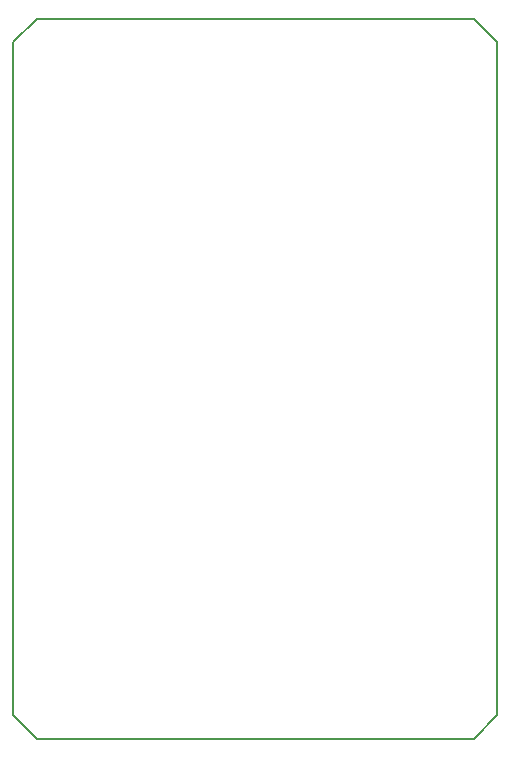
<source format=gbr>
%TF.GenerationSoftware,KiCad,Pcbnew,(6.0.5)*%
%TF.CreationDate,2022-06-06T15:53:17-04:00*%
%TF.ProjectId,NoU2,4e6f5532-2e6b-4696-9361-645f70636258,rev?*%
%TF.SameCoordinates,Original*%
%TF.FileFunction,Profile,NP*%
%FSLAX46Y46*%
G04 Gerber Fmt 4.6, Leading zero omitted, Abs format (unit mm)*
G04 Created by KiCad (PCBNEW (6.0.5)) date 2022-06-06 15:53:17*
%MOMM*%
%LPD*%
G01*
G04 APERTURE LIST*
%TA.AperFunction,Profile*%
%ADD10C,0.150000*%
%TD*%
G04 APERTURE END LIST*
D10*
X100000000Y-159000000D02*
X100000000Y-102000000D01*
X141000000Y-102000000D02*
X139000000Y-100000000D01*
X102000000Y-100000000D02*
X100000000Y-102000000D01*
X100000000Y-159000000D02*
X102000000Y-161000000D01*
X102000000Y-100000000D02*
X139000000Y-100000000D01*
X139000000Y-161000000D02*
X102000000Y-161000000D01*
X141000000Y-102000000D02*
X141000000Y-159000000D01*
X139000000Y-161000000D02*
X141000000Y-159000000D01*
M02*

</source>
